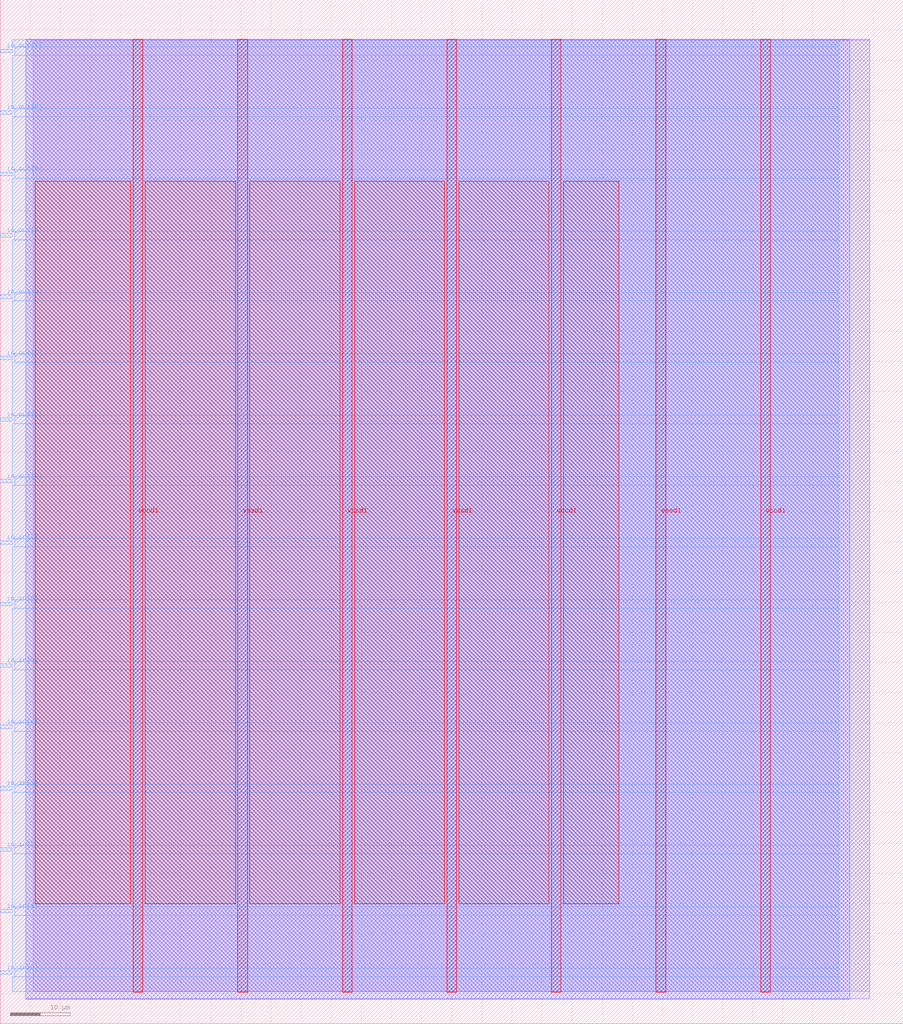
<source format=lef>
VERSION 5.7 ;
  NOWIREEXTENSIONATPIN ON ;
  DIVIDERCHAR "/" ;
  BUSBITCHARS "[]" ;
MACRO cpldcpu_TrainLED2top
  CLASS BLOCK ;
  FOREIGN cpldcpu_TrainLED2top ;
  ORIGIN 0.000 0.000 ;
  SIZE 150.000 BY 170.000 ;
  PIN io_in[0]
    DIRECTION INPUT ;
    USE SIGNAL ;
    PORT
      LAYER met3 ;
        RECT 0.000 8.200 2.000 8.800 ;
    END
  END io_in[0]
  PIN io_in[1]
    DIRECTION INPUT ;
    USE SIGNAL ;
    PORT
      LAYER met3 ;
        RECT 0.000 18.400 2.000 19.000 ;
    END
  END io_in[1]
  PIN io_in[2]
    DIRECTION INPUT ;
    USE SIGNAL ;
    PORT
      LAYER met3 ;
        RECT 0.000 28.600 2.000 29.200 ;
    END
  END io_in[2]
  PIN io_in[3]
    DIRECTION INPUT ;
    USE SIGNAL ;
    PORT
      LAYER met3 ;
        RECT 0.000 38.800 2.000 39.400 ;
    END
  END io_in[3]
  PIN io_in[4]
    DIRECTION INPUT ;
    USE SIGNAL ;
    PORT
      LAYER met3 ;
        RECT 0.000 49.000 2.000 49.600 ;
    END
  END io_in[4]
  PIN io_in[5]
    DIRECTION INPUT ;
    USE SIGNAL ;
    PORT
      LAYER met3 ;
        RECT 0.000 59.200 2.000 59.800 ;
    END
  END io_in[5]
  PIN io_in[6]
    DIRECTION INPUT ;
    USE SIGNAL ;
    PORT
      LAYER met3 ;
        RECT 0.000 69.400 2.000 70.000 ;
    END
  END io_in[6]
  PIN io_in[7]
    DIRECTION INPUT ;
    USE SIGNAL ;
    PORT
      LAYER met3 ;
        RECT 0.000 79.600 2.000 80.200 ;
    END
  END io_in[7]
  PIN io_out[0]
    DIRECTION OUTPUT TRISTATE ;
    USE SIGNAL ;
    PORT
      LAYER met3 ;
        RECT 0.000 89.800 2.000 90.400 ;
    END
  END io_out[0]
  PIN io_out[1]
    DIRECTION OUTPUT TRISTATE ;
    USE SIGNAL ;
    PORT
      LAYER met3 ;
        RECT 0.000 100.000 2.000 100.600 ;
    END
  END io_out[1]
  PIN io_out[2]
    DIRECTION OUTPUT TRISTATE ;
    USE SIGNAL ;
    PORT
      LAYER met3 ;
        RECT 0.000 110.200 2.000 110.800 ;
    END
  END io_out[2]
  PIN io_out[3]
    DIRECTION OUTPUT TRISTATE ;
    USE SIGNAL ;
    PORT
      LAYER met3 ;
        RECT 0.000 120.400 2.000 121.000 ;
    END
  END io_out[3]
  PIN io_out[4]
    DIRECTION OUTPUT TRISTATE ;
    USE SIGNAL ;
    PORT
      LAYER met3 ;
        RECT 0.000 130.600 2.000 131.200 ;
    END
  END io_out[4]
  PIN io_out[5]
    DIRECTION OUTPUT TRISTATE ;
    USE SIGNAL ;
    PORT
      LAYER met3 ;
        RECT 0.000 140.800 2.000 141.400 ;
    END
  END io_out[5]
  PIN io_out[6]
    DIRECTION OUTPUT TRISTATE ;
    USE SIGNAL ;
    PORT
      LAYER met3 ;
        RECT 0.000 151.000 2.000 151.600 ;
    END
  END io_out[6]
  PIN io_out[7]
    DIRECTION OUTPUT TRISTATE ;
    USE SIGNAL ;
    PORT
      LAYER met3 ;
        RECT 0.000 161.200 2.000 161.800 ;
    END
  END io_out[7]
  PIN vccd1
    DIRECTION INOUT ;
    USE POWER ;
    PORT
      LAYER met4 ;
        RECT 22.090 5.200 23.690 163.440 ;
    END
    PORT
      LAYER met4 ;
        RECT 56.830 5.200 58.430 163.440 ;
    END
    PORT
      LAYER met4 ;
        RECT 91.570 5.200 93.170 163.440 ;
    END
    PORT
      LAYER met4 ;
        RECT 126.310 5.200 127.910 163.440 ;
    END
  END vccd1
  PIN vssd1
    DIRECTION INOUT ;
    USE GROUND ;
    PORT
      LAYER met4 ;
        RECT 39.460 5.200 41.060 163.440 ;
    END
    PORT
      LAYER met4 ;
        RECT 74.200 5.200 75.800 163.440 ;
    END
    PORT
      LAYER met4 ;
        RECT 108.940 5.200 110.540 163.440 ;
    END
  END vssd1
  OBS
      LAYER li1 ;
        RECT 5.520 5.355 144.440 163.285 ;
      LAYER met1 ;
        RECT 4.210 4.120 144.440 163.440 ;
      LAYER met2 ;
        RECT 4.240 4.090 141.120 163.385 ;
      LAYER met3 ;
        RECT 2.000 162.200 139.315 163.365 ;
        RECT 2.400 160.800 139.315 162.200 ;
        RECT 2.000 152.000 139.315 160.800 ;
        RECT 2.400 150.600 139.315 152.000 ;
        RECT 2.000 141.800 139.315 150.600 ;
        RECT 2.400 140.400 139.315 141.800 ;
        RECT 2.000 131.600 139.315 140.400 ;
        RECT 2.400 130.200 139.315 131.600 ;
        RECT 2.000 121.400 139.315 130.200 ;
        RECT 2.400 120.000 139.315 121.400 ;
        RECT 2.000 111.200 139.315 120.000 ;
        RECT 2.400 109.800 139.315 111.200 ;
        RECT 2.000 101.000 139.315 109.800 ;
        RECT 2.400 99.600 139.315 101.000 ;
        RECT 2.000 90.800 139.315 99.600 ;
        RECT 2.400 89.400 139.315 90.800 ;
        RECT 2.000 80.600 139.315 89.400 ;
        RECT 2.400 79.200 139.315 80.600 ;
        RECT 2.000 70.400 139.315 79.200 ;
        RECT 2.400 69.000 139.315 70.400 ;
        RECT 2.000 60.200 139.315 69.000 ;
        RECT 2.400 58.800 139.315 60.200 ;
        RECT 2.000 50.000 139.315 58.800 ;
        RECT 2.400 48.600 139.315 50.000 ;
        RECT 2.000 39.800 139.315 48.600 ;
        RECT 2.400 38.400 139.315 39.800 ;
        RECT 2.000 29.600 139.315 38.400 ;
        RECT 2.400 28.200 139.315 29.600 ;
        RECT 2.000 19.400 139.315 28.200 ;
        RECT 2.400 18.000 139.315 19.400 ;
        RECT 2.000 9.200 139.315 18.000 ;
        RECT 2.400 7.800 139.315 9.200 ;
        RECT 2.000 5.275 139.315 7.800 ;
      LAYER met4 ;
        RECT 5.815 19.895 21.690 139.905 ;
        RECT 24.090 19.895 39.060 139.905 ;
        RECT 41.460 19.895 56.430 139.905 ;
        RECT 58.830 19.895 73.800 139.905 ;
        RECT 76.200 19.895 91.170 139.905 ;
        RECT 93.570 19.895 102.745 139.905 ;
  END
END cpldcpu_TrainLED2top
END LIBRARY


</source>
